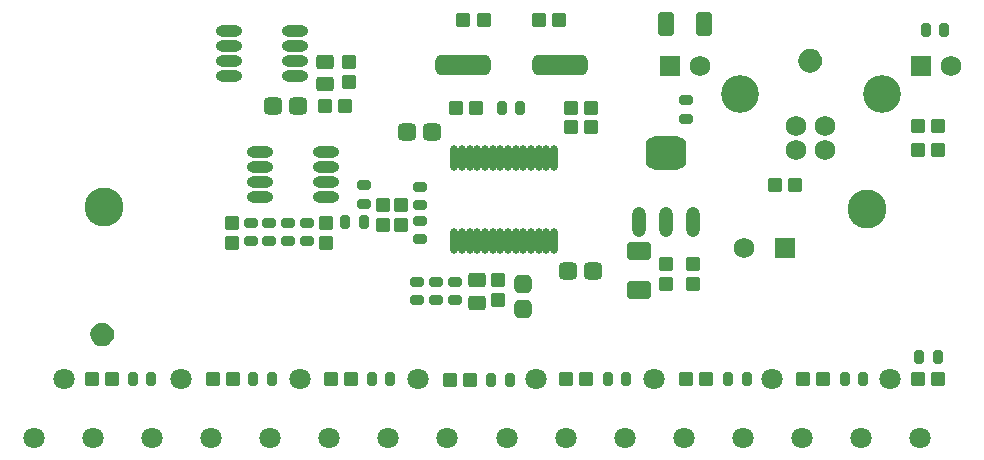
<source format=gts>
G04 Layer_Color=8388736*
%FSLAX24Y24*%
%MOIN*%
G70*
G01*
G75*
G04:AMPARAMS|DCode=43|XSize=49mil|YSize=44mil|CornerRadius=5.8mil|HoleSize=0mil|Usage=FLASHONLY|Rotation=0.000|XOffset=0mil|YOffset=0mil|HoleType=Round|Shape=RoundedRectangle|*
%AMROUNDEDRECTD43*
21,1,0.0490,0.0324,0,0,0.0*
21,1,0.0374,0.0440,0,0,0.0*
1,1,0.0116,0.0187,-0.0162*
1,1,0.0116,-0.0187,-0.0162*
1,1,0.0116,-0.0187,0.0162*
1,1,0.0116,0.0187,0.0162*
%
%ADD43ROUNDEDRECTD43*%
G04:AMPARAMS|DCode=44|XSize=36mil|YSize=43.8mil|CornerRadius=6.8mil|HoleSize=0mil|Usage=FLASHONLY|Rotation=0.000|XOffset=0mil|YOffset=0mil|HoleType=Round|Shape=RoundedRectangle|*
%AMROUNDEDRECTD44*
21,1,0.0360,0.0302,0,0,0.0*
21,1,0.0224,0.0438,0,0,0.0*
1,1,0.0136,0.0112,-0.0151*
1,1,0.0136,-0.0112,-0.0151*
1,1,0.0136,-0.0112,0.0151*
1,1,0.0136,0.0112,0.0151*
%
%ADD44ROUNDEDRECTD44*%
G04:AMPARAMS|DCode=45|XSize=49mil|YSize=44mil|CornerRadius=5.8mil|HoleSize=0mil|Usage=FLASHONLY|Rotation=90.000|XOffset=0mil|YOffset=0mil|HoleType=Round|Shape=RoundedRectangle|*
%AMROUNDEDRECTD45*
21,1,0.0490,0.0324,0,0,90.0*
21,1,0.0374,0.0440,0,0,90.0*
1,1,0.0116,0.0162,0.0187*
1,1,0.0116,0.0162,-0.0187*
1,1,0.0116,-0.0162,-0.0187*
1,1,0.0116,-0.0162,0.0187*
%
%ADD45ROUNDEDRECTD45*%
G04:AMPARAMS|DCode=46|XSize=36mil|YSize=43.8mil|CornerRadius=6.8mil|HoleSize=0mil|Usage=FLASHONLY|Rotation=270.000|XOffset=0mil|YOffset=0mil|HoleType=Round|Shape=RoundedRectangle|*
%AMROUNDEDRECTD46*
21,1,0.0360,0.0302,0,0,270.0*
21,1,0.0224,0.0438,0,0,270.0*
1,1,0.0136,-0.0151,-0.0112*
1,1,0.0136,-0.0151,0.0112*
1,1,0.0136,0.0151,0.0112*
1,1,0.0136,0.0151,-0.0112*
%
%ADD46ROUNDEDRECTD46*%
%ADD47O,0.0880X0.0375*%
G04:AMPARAMS|DCode=48|XSize=62mil|YSize=58mil|CornerRadius=16.5mil|HoleSize=0mil|Usage=FLASHONLY|Rotation=0.000|XOffset=0mil|YOffset=0mil|HoleType=Round|Shape=RoundedRectangle|*
%AMROUNDEDRECTD48*
21,1,0.0620,0.0250,0,0,0.0*
21,1,0.0290,0.0580,0,0,0.0*
1,1,0.0330,0.0145,-0.0125*
1,1,0.0330,-0.0145,-0.0125*
1,1,0.0330,-0.0145,0.0125*
1,1,0.0330,0.0145,0.0125*
%
%ADD48ROUNDEDRECTD48*%
G04:AMPARAMS|DCode=49|XSize=63.1mil|YSize=49.3mil|CornerRadius=14.3mil|HoleSize=0mil|Usage=FLASHONLY|Rotation=180.000|XOffset=0mil|YOffset=0mil|HoleType=Round|Shape=RoundedRectangle|*
%AMROUNDEDRECTD49*
21,1,0.0631,0.0207,0,0,180.0*
21,1,0.0344,0.0493,0,0,180.0*
1,1,0.0287,-0.0172,0.0103*
1,1,0.0287,0.0172,0.0103*
1,1,0.0287,0.0172,-0.0103*
1,1,0.0287,-0.0172,-0.0103*
%
%ADD49ROUNDEDRECTD49*%
G04:AMPARAMS|DCode=50|XSize=62mil|YSize=58mil|CornerRadius=16.5mil|HoleSize=0mil|Usage=FLASHONLY|Rotation=90.000|XOffset=0mil|YOffset=0mil|HoleType=Round|Shape=RoundedRectangle|*
%AMROUNDEDRECTD50*
21,1,0.0620,0.0250,0,0,90.0*
21,1,0.0290,0.0580,0,0,90.0*
1,1,0.0330,0.0125,0.0145*
1,1,0.0330,0.0125,-0.0145*
1,1,0.0330,-0.0125,-0.0145*
1,1,0.0330,-0.0125,0.0145*
%
%ADD50ROUNDEDRECTD50*%
G04:AMPARAMS|DCode=51|XSize=59.2mil|YSize=80mil|CornerRadius=6.6mil|HoleSize=0mil|Usage=FLASHONLY|Rotation=270.000|XOffset=0mil|YOffset=0mil|HoleType=Round|Shape=RoundedRectangle|*
%AMROUNDEDRECTD51*
21,1,0.0592,0.0669,0,0,270.0*
21,1,0.0461,0.0800,0,0,270.0*
1,1,0.0131,-0.0335,-0.0230*
1,1,0.0131,-0.0335,0.0230*
1,1,0.0131,0.0335,0.0230*
1,1,0.0131,0.0335,-0.0230*
%
%ADD51ROUNDEDRECTD51*%
%ADD52O,0.0474X0.1005*%
G04:AMPARAMS|DCode=53|XSize=136mil|YSize=110.4mil|CornerRadius=29.6mil|HoleSize=0mil|Usage=FLASHONLY|Rotation=0.000|XOffset=0mil|YOffset=0mil|HoleType=Round|Shape=RoundedRectangle|*
%AMROUNDEDRECTD53*
21,1,0.1360,0.0512,0,0,0.0*
21,1,0.0768,0.1104,0,0,0.0*
1,1,0.0592,0.0384,-0.0256*
1,1,0.0592,-0.0384,-0.0256*
1,1,0.0592,-0.0384,0.0256*
1,1,0.0592,0.0384,0.0256*
%
%ADD53ROUNDEDRECTD53*%
%ADD54O,0.0257X0.0867*%
G04:AMPARAMS|DCode=55|XSize=67.1mil|YSize=185.2mil|CornerRadius=18.8mil|HoleSize=0mil|Usage=FLASHONLY|Rotation=90.000|XOffset=0mil|YOffset=0mil|HoleType=Round|Shape=RoundedRectangle|*
%AMROUNDEDRECTD55*
21,1,0.0671,0.1476,0,0,90.0*
21,1,0.0295,0.1852,0,0,90.0*
1,1,0.0375,0.0738,0.0148*
1,1,0.0375,0.0738,-0.0148*
1,1,0.0375,-0.0738,-0.0148*
1,1,0.0375,-0.0738,0.0148*
%
%ADD55ROUNDEDRECTD55*%
G04:AMPARAMS|DCode=56|XSize=55.2mil|YSize=82.8mil|CornerRadius=15.8mil|HoleSize=0mil|Usage=FLASHONLY|Rotation=0.000|XOffset=0mil|YOffset=0mil|HoleType=Round|Shape=RoundedRectangle|*
%AMROUNDEDRECTD56*
21,1,0.0552,0.0512,0,0,0.0*
21,1,0.0236,0.0828,0,0,0.0*
1,1,0.0316,0.0118,-0.0256*
1,1,0.0316,-0.0118,-0.0256*
1,1,0.0316,-0.0118,0.0256*
1,1,0.0316,0.0118,0.0256*
%
%ADD56ROUNDEDRECTD56*%
%ADD57C,0.1261*%
%ADD58C,0.0680*%
%ADD59C,0.0710*%
%ADD60R,0.0680X0.0680*%
%ADD61C,0.1300*%
G36*
X25910Y20206D02*
X26006Y20167D01*
X26088Y20104D01*
X26151Y20021D01*
X26191Y19926D01*
X26204Y19823D01*
X26191Y19720D01*
X26151Y19624D01*
X26088Y19542D01*
X26006Y19479D01*
X25910Y19439D01*
X25807Y19426D01*
X25704Y19439D01*
X25609Y19479D01*
X25526Y19542D01*
X25463Y19624D01*
X25424Y19720D01*
X25410Y19823D01*
X25424Y19926D01*
X25463Y20021D01*
X25526Y20104D01*
X25609Y20167D01*
X25704Y20206D01*
X25807Y20220D01*
X25910Y20206D01*
D02*
G37*
G36*
X49512Y29330D02*
X49608Y29291D01*
X49690Y29228D01*
X49753Y29145D01*
X49793Y29050D01*
X49807Y28947D01*
X49793Y28844D01*
X49753Y28748D01*
X49690Y28666D01*
X49608Y28603D01*
X49512Y28563D01*
X49409Y28550D01*
X49307Y28563D01*
X49211Y28603D01*
X49129Y28666D01*
X49066Y28748D01*
X49026Y28844D01*
X49012Y28947D01*
X49026Y29050D01*
X49066Y29145D01*
X49129Y29228D01*
X49211Y29291D01*
X49307Y29330D01*
X49409Y29344D01*
X49512Y29330D01*
D02*
G37*
D43*
X53002Y18327D02*
D03*
X53672D02*
D03*
X45265D02*
D03*
X45935D02*
D03*
X41269D02*
D03*
X41939D02*
D03*
X37401Y18317D02*
D03*
X38071D02*
D03*
X33445Y18327D02*
D03*
X34115D02*
D03*
X29498D02*
D03*
X30168D02*
D03*
X25482Y18327D02*
D03*
X26152D02*
D03*
X33918Y27441D02*
D03*
X33248D02*
D03*
X38288Y27362D02*
D03*
X37618D02*
D03*
X41437Y26732D02*
D03*
X42107D02*
D03*
X41437Y27361D02*
D03*
X42107D02*
D03*
X40374Y30315D02*
D03*
X41044D02*
D03*
X38524D02*
D03*
X37854D02*
D03*
X48248Y24803D02*
D03*
X48918D02*
D03*
X53681Y26772D02*
D03*
X53011D02*
D03*
X53681Y25984D02*
D03*
X53011D02*
D03*
X49163Y18327D02*
D03*
X49833D02*
D03*
D44*
X46683D02*
D03*
X47293D02*
D03*
X42677D02*
D03*
X43287D02*
D03*
X53661Y19055D02*
D03*
X53051D02*
D03*
X38789Y18317D02*
D03*
X39399D02*
D03*
X34813Y18327D02*
D03*
X35423D02*
D03*
X30847D02*
D03*
X31457D02*
D03*
X26831Y18327D02*
D03*
X27441D02*
D03*
X33917Y23583D02*
D03*
X34527D02*
D03*
X39754Y27362D02*
D03*
X39144D02*
D03*
X53278Y29961D02*
D03*
X53888D02*
D03*
X50571Y18327D02*
D03*
X51181D02*
D03*
D45*
X30128Y22884D02*
D03*
Y23554D02*
D03*
X33258Y22884D02*
D03*
Y23554D02*
D03*
X35157Y24154D02*
D03*
Y23484D02*
D03*
X35787Y24154D02*
D03*
Y23484D02*
D03*
X34055Y28248D02*
D03*
Y28918D02*
D03*
X39016Y20964D02*
D03*
Y21634D02*
D03*
X44606Y21515D02*
D03*
Y22185D02*
D03*
X45512Y21515D02*
D03*
Y22185D02*
D03*
D46*
X30758Y23543D02*
D03*
Y22933D02*
D03*
X31388Y22933D02*
D03*
Y23543D02*
D03*
X32638Y23543D02*
D03*
Y22933D02*
D03*
X32018Y23543D02*
D03*
Y22933D02*
D03*
X36417Y23002D02*
D03*
Y23612D02*
D03*
X34528Y24183D02*
D03*
Y24793D02*
D03*
X36417Y24144D02*
D03*
Y24754D02*
D03*
X36299Y20955D02*
D03*
Y21565D02*
D03*
X36929Y20955D02*
D03*
Y21565D02*
D03*
X37559Y20955D02*
D03*
Y21565D02*
D03*
X45276Y27018D02*
D03*
Y27628D02*
D03*
D47*
X33263Y24906D02*
D03*
X31063D02*
D03*
X33263Y24406D02*
D03*
X31063D02*
D03*
X33263Y25906D02*
D03*
Y25406D02*
D03*
X31063D02*
D03*
Y25906D02*
D03*
X32239Y28921D02*
D03*
X30039D02*
D03*
X32239Y28421D02*
D03*
X30039D02*
D03*
X32239Y29921D02*
D03*
Y29421D02*
D03*
X30039D02*
D03*
Y29921D02*
D03*
D48*
X32336Y27441D02*
D03*
X31496D02*
D03*
X42179Y21929D02*
D03*
X41339D02*
D03*
X35971Y26575D02*
D03*
X36811D02*
D03*
D49*
X33228Y28917D02*
D03*
Y28169D02*
D03*
X38307Y21634D02*
D03*
Y20886D02*
D03*
D50*
X39843Y21509D02*
D03*
Y20669D02*
D03*
D51*
X43701Y22619D02*
D03*
Y21319D02*
D03*
D52*
Y23583D02*
D03*
X45512D02*
D03*
X44606D02*
D03*
D53*
Y25866D02*
D03*
D54*
X39085Y25709D02*
D03*
X39341D02*
D03*
X37549D02*
D03*
X37805D02*
D03*
X38061D02*
D03*
X38317D02*
D03*
X38573D02*
D03*
X38829D02*
D03*
X40876D02*
D03*
X39596D02*
D03*
X39852D02*
D03*
X40108D02*
D03*
X40364D02*
D03*
X40620D02*
D03*
X39341Y22953D02*
D03*
X39085D02*
D03*
X38829D02*
D03*
X38573D02*
D03*
X38317D02*
D03*
X38061D02*
D03*
X37805D02*
D03*
X37549D02*
D03*
X40876D02*
D03*
X40620D02*
D03*
X40364D02*
D03*
X40108D02*
D03*
X39852D02*
D03*
X39596D02*
D03*
D55*
X37854Y28819D02*
D03*
X41063D02*
D03*
D56*
X44606Y30157D02*
D03*
X45866D02*
D03*
D57*
X51799Y27839D02*
D03*
X47059D02*
D03*
D58*
X49921Y26772D02*
D03*
Y25984D02*
D03*
X48937Y26772D02*
D03*
Y25984D02*
D03*
X47205Y22717D02*
D03*
X45724Y28780D02*
D03*
X54100D02*
D03*
D59*
X23543Y16358D02*
D03*
X25512D02*
D03*
X27480D02*
D03*
X29449D02*
D03*
X31417D02*
D03*
X33386D02*
D03*
X35354D02*
D03*
X37323D02*
D03*
X39291D02*
D03*
X41260D02*
D03*
X43228D02*
D03*
X45197D02*
D03*
X49134D02*
D03*
X53071D02*
D03*
X51102D02*
D03*
X52087Y18327D02*
D03*
X47165Y16358D02*
D03*
X48150Y18327D02*
D03*
X44213D02*
D03*
X40276D02*
D03*
X36339D02*
D03*
X32402D02*
D03*
X28455D02*
D03*
X24528D02*
D03*
D60*
X48583Y22717D02*
D03*
X44724Y28780D02*
D03*
X53100D02*
D03*
D61*
X25866Y24055D02*
D03*
X51299Y24016D02*
D03*
M02*

</source>
